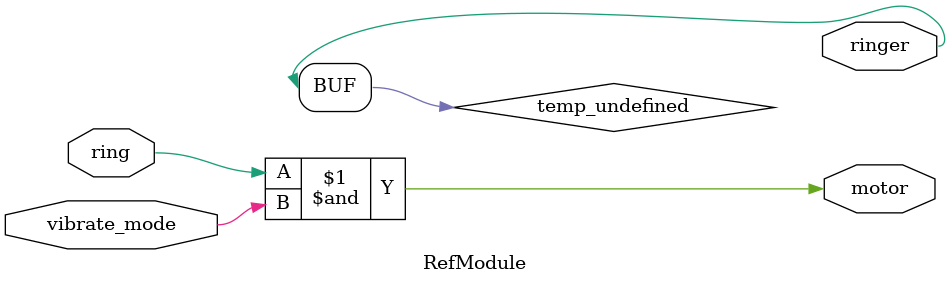
<source format=sv>

module RefModule (
  input ring,
  input vibrate_mode,
  output ringer,
  output motor
);

  assign ringer = temp_undefined;
  assign motor = ring & vibrate_mode;

endmodule


</source>
